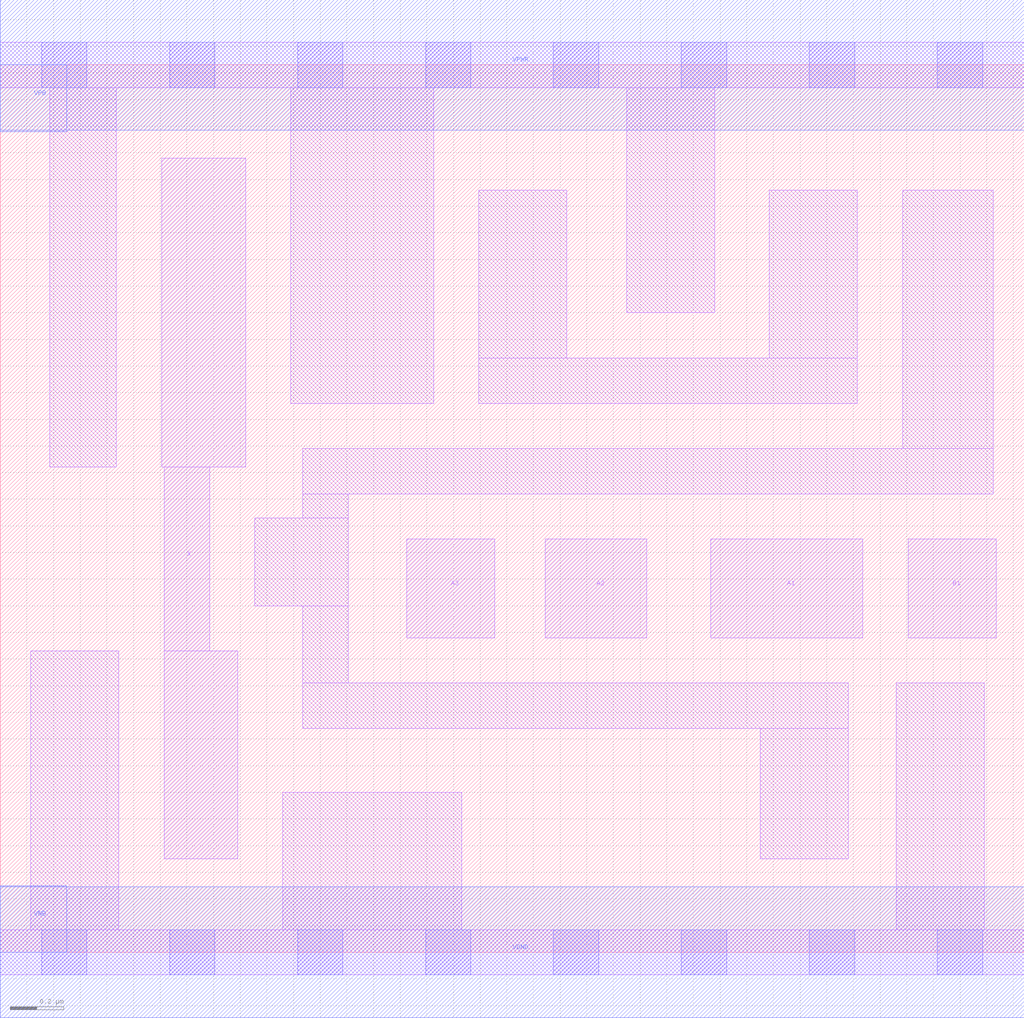
<source format=lef>
# Copyright 2020 The SkyWater PDK Authors
#
# Licensed under the Apache License, Version 2.0 (the "License");
# you may not use this file except in compliance with the License.
# You may obtain a copy of the License at
#
#     https://www.apache.org/licenses/LICENSE-2.0
#
# Unless required by applicable law or agreed to in writing, software
# distributed under the License is distributed on an "AS IS" BASIS,
# WITHOUT WARRANTIES OR CONDITIONS OF ANY KIND, either express or implied.
# See the License for the specific language governing permissions and
# limitations under the License.
#
# SPDX-License-Identifier: Apache-2.0

VERSION 5.5 ;
NAMESCASESENSITIVE ON ;
BUSBITCHARS "[]" ;
DIVIDERCHAR "/" ;
MACRO sky130_fd_sc_ms__a31o_2
  CLASS CORE ;
  SOURCE USER ;
  ORIGIN  0.000000  0.000000 ;
  SIZE  3.840000 BY  3.330000 ;
  SYMMETRY X Y ;
  SITE unit ;
  PIN A1
    ANTENNAGATEAREA  0.261000 ;
    DIRECTION INPUT ;
    USE SIGNAL ;
    PORT
      LAYER li1 ;
        RECT 2.665000 1.180000 3.235000 1.550000 ;
    END
  END A1
  PIN A2
    ANTENNAGATEAREA  0.261000 ;
    DIRECTION INPUT ;
    USE SIGNAL ;
    PORT
      LAYER li1 ;
        RECT 2.045000 1.180000 2.425000 1.550000 ;
    END
  END A2
  PIN A3
    ANTENNAGATEAREA  0.261000 ;
    DIRECTION INPUT ;
    USE SIGNAL ;
    PORT
      LAYER li1 ;
        RECT 1.525000 1.180000 1.855000 1.550000 ;
    END
  END A3
  PIN B1
    ANTENNAGATEAREA  0.261000 ;
    DIRECTION INPUT ;
    USE SIGNAL ;
    PORT
      LAYER li1 ;
        RECT 3.405000 1.180000 3.735000 1.550000 ;
    END
  END B1
  PIN X
    ANTENNADIFFAREA  0.543200 ;
    DIRECTION OUTPUT ;
    USE SIGNAL ;
    PORT
      LAYER li1 ;
        RECT 0.605000 1.820000 0.920000 2.980000 ;
        RECT 0.615000 0.350000 0.890000 1.130000 ;
        RECT 0.615000 1.130000 0.785000 1.820000 ;
    END
  END X
  PIN VGND
    DIRECTION INOUT ;
    USE GROUND ;
    PORT
      LAYER met1 ;
        RECT 0.000000 -0.245000 3.840000 0.245000 ;
    END
  END VGND
  PIN VNB
    DIRECTION INOUT ;
    USE GROUND ;
    PORT
    END
  END VNB
  PIN VPB
    DIRECTION INOUT ;
    USE POWER ;
    PORT
    END
  END VPB
  PIN VNB
    DIRECTION INOUT ;
    USE GROUND ;
    PORT
      LAYER met1 ;
        RECT 0.000000 0.000000 0.250000 0.250000 ;
    END
  END VNB
  PIN VPB
    DIRECTION INOUT ;
    USE POWER ;
    PORT
      LAYER met1 ;
        RECT 0.000000 3.080000 0.250000 3.330000 ;
    END
  END VPB
  PIN VPWR
    DIRECTION INOUT ;
    USE POWER ;
    PORT
      LAYER met1 ;
        RECT 0.000000 3.085000 3.840000 3.575000 ;
    END
  END VPWR
  OBS
    LAYER li1 ;
      RECT 0.000000 -0.085000 3.840000 0.085000 ;
      RECT 0.000000  3.245000 3.840000 3.415000 ;
      RECT 0.115000  0.085000 0.445000 1.130000 ;
      RECT 0.185000  1.820000 0.435000 3.245000 ;
      RECT 0.955000  1.300000 1.305000 1.630000 ;
      RECT 1.060000  0.085000 1.730000 0.600000 ;
      RECT 1.090000  2.060000 1.625000 3.245000 ;
      RECT 1.135000  0.840000 3.180000 1.010000 ;
      RECT 1.135000  1.010000 1.305000 1.300000 ;
      RECT 1.135000  1.630000 1.305000 1.720000 ;
      RECT 1.135000  1.720000 3.725000 1.890000 ;
      RECT 1.795000  2.060000 3.215000 2.230000 ;
      RECT 1.795000  2.230000 2.125000 2.860000 ;
      RECT 2.350000  2.400000 2.680000 3.245000 ;
      RECT 2.850000  0.350000 3.180000 0.840000 ;
      RECT 2.885000  2.230000 3.215000 2.860000 ;
      RECT 3.360000  0.085000 3.690000 1.010000 ;
      RECT 3.385000  1.890000 3.725000 2.860000 ;
    LAYER mcon ;
      RECT 0.155000 -0.085000 0.325000 0.085000 ;
      RECT 0.155000  3.245000 0.325000 3.415000 ;
      RECT 0.635000 -0.085000 0.805000 0.085000 ;
      RECT 0.635000  3.245000 0.805000 3.415000 ;
      RECT 1.115000 -0.085000 1.285000 0.085000 ;
      RECT 1.115000  3.245000 1.285000 3.415000 ;
      RECT 1.595000 -0.085000 1.765000 0.085000 ;
      RECT 1.595000  3.245000 1.765000 3.415000 ;
      RECT 2.075000 -0.085000 2.245000 0.085000 ;
      RECT 2.075000  3.245000 2.245000 3.415000 ;
      RECT 2.555000 -0.085000 2.725000 0.085000 ;
      RECT 2.555000  3.245000 2.725000 3.415000 ;
      RECT 3.035000 -0.085000 3.205000 0.085000 ;
      RECT 3.035000  3.245000 3.205000 3.415000 ;
      RECT 3.515000 -0.085000 3.685000 0.085000 ;
      RECT 3.515000  3.245000 3.685000 3.415000 ;
  END
END sky130_fd_sc_ms__a31o_2
END LIBRARY

</source>
